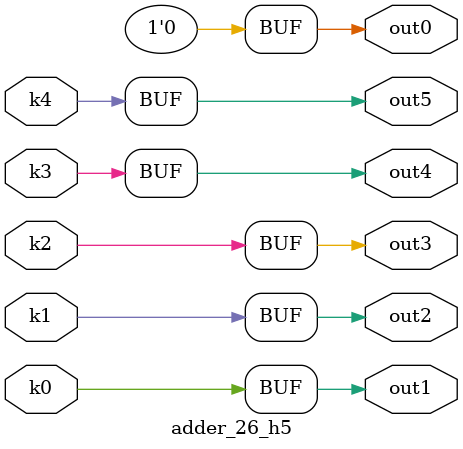
<source format=v>
module adder_26(pi00, pi01, pi02, pi03, pi04, pi05, pi06, pi07, pi08, pi09, pi10, po0, po1, po2, po3, po4, po5);
input pi00, pi01, pi02, pi03, pi04, pi05, pi06, pi07, pi08, pi09, pi10;
output po0, po1, po2, po3, po4, po5;
wire k0, k1, k2, k3, k4;
adder_26_w5 DUT1 (pi00, pi01, pi02, pi03, pi04, pi05, pi06, pi07, pi08, pi09, pi10, k0, k1, k2, k3, k4);
adder_26_h5 DUT2 (k0, k1, k2, k3, k4, po0, po1, po2, po3, po4, po5);
endmodule

module adder_26_w5(in10, in9, in8, in7, in6, in5, in4, in3, in2, in1, in0, k4, k3, k2, k1, k0);
input in10, in9, in8, in7, in6, in5, in4, in3, in2, in1, in0;
output k4, k3, k2, k1, k0;
assign k0 =   in2 & (((in7 | in3) & (((in8 | in4) & (((in9 | in5) & ((in10 & (in0 | in6)) | (~in1 & in6))) | (in9 & in5))) | (in8 & in4))) | (in7 & in3));
assign k1 =   ((~in7 ^ in3) & (((~in8 | ~in4) & (((~in9 | ~in5) & ((~in10 & (in1 | ~in6)) | (~in0 & ~in6))) | (~in9 & ~in5))) | (~in8 & ~in4))) | ((in7 ^ in3) & ((in8 & in4) | ((in8 | in4) & ((in9 & in5) | ((in9 | in5) & ((~in1 & in6) | (in10 & (in0 | in6))))))));
assign k2 =   ((~in8 ^ in4) & (((~in9 | ~in5) & ((~in10 & (in1 | ~in6)) | (~in0 & ~in6))) | (~in9 & ~in5))) | ((in8 ^ in4) & ((in9 & in5) | ((in9 | in5) & ((~in1 & in6) | (in10 & (in0 | in6))))));
assign k3 =   ((~in9 ^ in5) & ((~in10 & (in1 | ~in6)) | (~in0 & ~in6))) | ((in9 ^ in5) & ((~in1 & in6) | (in10 & (in0 | in6))));
assign k4 =   in10 ? (in6 ? in1 : in0) : (in6 ? ~in1 : ~in0);
endmodule

module adder_26_h5(k4, k3, k2, k1, k0, out5, out4, out3, out2, out1, out0);
input k4, k3, k2, k1, k0;
output out5, out4, out3, out2, out1, out0;
assign out0 = 0;
assign out1 = k0;
assign out2 = k1;
assign out3 = k2;
assign out4 = k3;
assign out5 = k4;
endmodule

</source>
